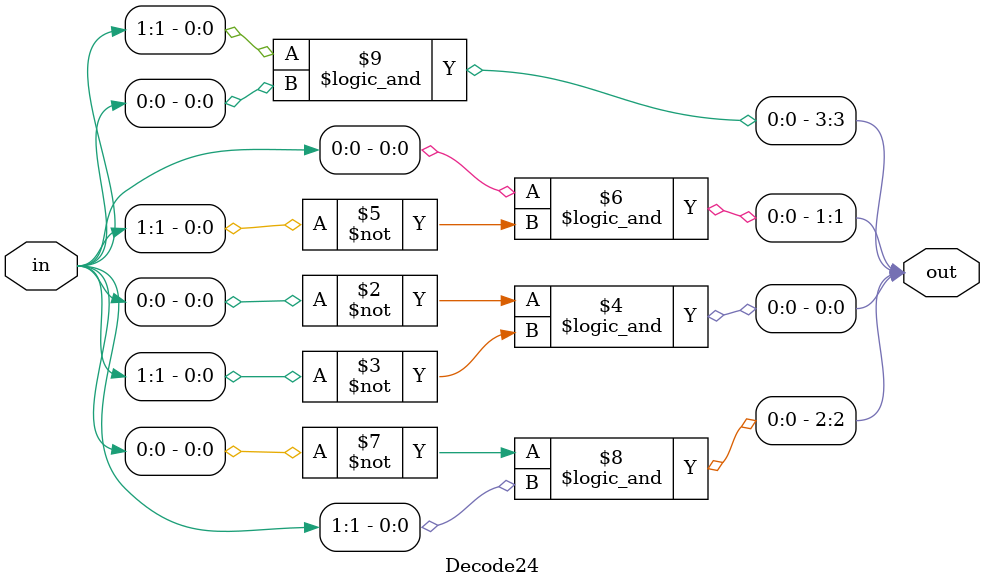
<source format=v>
module Decode24(out, in);
	input [1:0] in;
	output reg [3:0] out;

always@(*)
begin
 out[0] = ~in[0] && ~in[1];
	out[1] = in[0] && ~in[1];
	out[2] = ~in[0] && in[1];
	out[3] = in[1] && in[0];
end
endmodule

</source>
